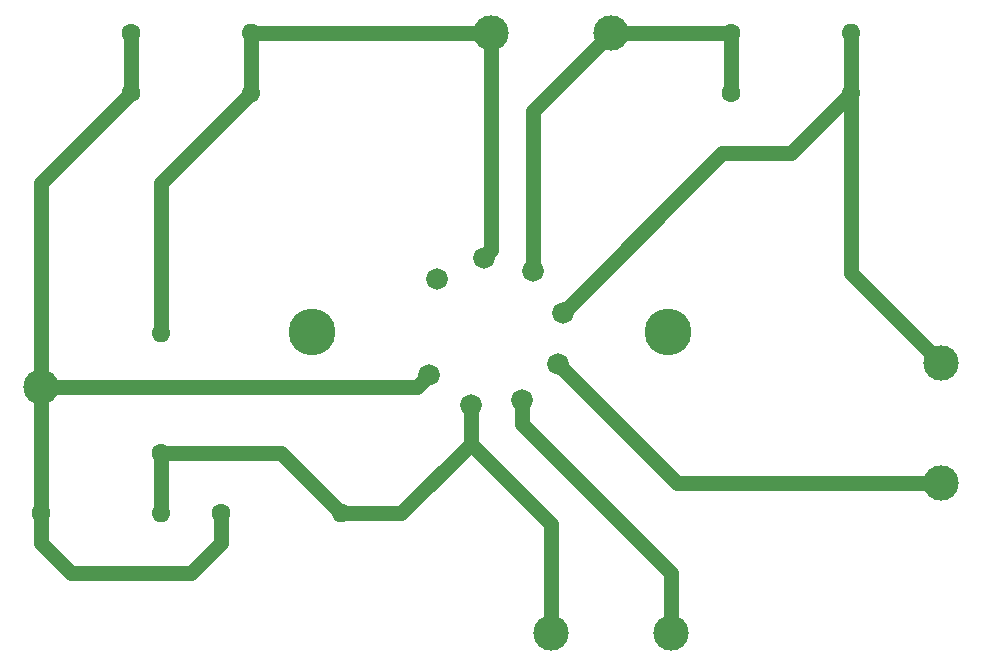
<source format=gbr>
%TF.GenerationSoftware,KiCad,Pcbnew,5.1.8+dfsg1-1+b1*%
%TF.CreationDate,2021-08-06T11:41:16-05:00*%
%TF.ProjectId,to-3-opamp-prototype,746f2d33-2d6f-4706-916d-702d70726f74,A*%
%TF.SameCoordinates,Original*%
%TF.FileFunction,Copper,L2,Bot*%
%TF.FilePolarity,Positive*%
%FSLAX46Y46*%
G04 Gerber Fmt 4.6, Leading zero omitted, Abs format (unit mm)*
G04 Created by KiCad (PCBNEW 5.1.8+dfsg1-1+b1) date 2021-08-06 11:41:16*
%MOMM*%
%LPD*%
G01*
G04 APERTURE LIST*
%TA.AperFunction,ComponentPad*%
%ADD10O,1.600000X1.600000*%
%TD*%
%TA.AperFunction,ComponentPad*%
%ADD11C,1.600000*%
%TD*%
%TA.AperFunction,ComponentPad*%
%ADD12C,3.000000*%
%TD*%
%TA.AperFunction,ComponentPad*%
%ADD13C,3.962400*%
%TD*%
%TA.AperFunction,ComponentPad*%
%ADD14C,1.828800*%
%TD*%
%TA.AperFunction,Conductor*%
%ADD15C,1.270000*%
%TD*%
G04 APERTURE END LIST*
D10*
%TO.P,R3,2*%
%TO.N,Net-(C2-Pad2)*%
X81280000Y-63500000D03*
D11*
%TO.P,R3,1*%
%TO.N,Net-(C1-Pad1)*%
X71120000Y-63500000D03*
%TD*%
D10*
%TO.P,R2,2*%
%TO.N,Net-(C3-Pad2)*%
X132080000Y-63500000D03*
D11*
%TO.P,R2,1*%
%TO.N,Net-(C3-Pad1)*%
X121920000Y-63500000D03*
%TD*%
D10*
%TO.P,R1,2*%
%TO.N,Net-(C1-Pad2)*%
X88900000Y-104140000D03*
D11*
%TO.P,R1,1*%
%TO.N,Net-(C1-Pad1)*%
X78740000Y-104140000D03*
%TD*%
D10*
%TO.P,C4,2*%
%TO.N,Net-(C2-Pad2)*%
X81280000Y-68580000D03*
D11*
%TO.P,C4,1*%
%TO.N,Net-(C1-Pad1)*%
X71120000Y-68580000D03*
%TD*%
D10*
%TO.P,C3,2*%
%TO.N,Net-(C3-Pad2)*%
X132080000Y-68580000D03*
D11*
%TO.P,C3,1*%
%TO.N,Net-(C3-Pad1)*%
X121920000Y-68580000D03*
%TD*%
D10*
%TO.P,C2,2*%
%TO.N,Net-(C2-Pad2)*%
X73660000Y-88900000D03*
D11*
%TO.P,C2,1*%
%TO.N,Net-(C1-Pad2)*%
X73660000Y-99060000D03*
%TD*%
D10*
%TO.P,C1,2*%
%TO.N,Net-(C1-Pad2)*%
X73660000Y-104140000D03*
D11*
%TO.P,C1,1*%
%TO.N,Net-(C1-Pad1)*%
X63500000Y-104140000D03*
%TD*%
D12*
%TO.P,TP7,1*%
%TO.N,Net-(C2-Pad2)*%
X101600000Y-63500000D03*
%TD*%
%TO.P,TP6,1*%
%TO.N,Net-(C3-Pad1)*%
X111760000Y-63500000D03*
%TD*%
%TO.P,TP5,1*%
%TO.N,Net-(C3-Pad2)*%
X139700000Y-91440000D03*
%TD*%
%TO.P,TP4,1*%
%TO.N,Net-(TP4-Pad1)*%
X139700000Y-101600000D03*
%TD*%
%TO.P,TP3,1*%
%TO.N,Net-(TP3-Pad1)*%
X116840000Y-114300000D03*
%TD*%
%TO.P,TP2,1*%
%TO.N,Net-(C1-Pad2)*%
X106680000Y-114300000D03*
%TD*%
%TO.P,TP1,1*%
%TO.N,Net-(C1-Pad1)*%
X63500000Y-93472000D03*
%TD*%
D13*
%TO.P,U1,10*%
%TO.N,N/C*%
X86430528Y-88818128D03*
%TO.P,U1,9*%
X116605728Y-88818128D03*
D14*
%TO.P,U1,1*%
%TO.N,Net-(C1-Pad1)*%
X96316513Y-92456000D03*
%TO.P,U1,2*%
%TO.N,Net-(C1-Pad2)*%
X99874626Y-94951758D03*
%TO.P,U1,3*%
%TO.N,Net-(TP3-Pad1)*%
X104201755Y-94573182D03*
%TO.P,U1,4*%
%TO.N,Net-(TP4-Pad1)*%
X107273182Y-91501755D03*
%TO.P,U1,5*%
%TO.N,Net-(C3-Pad2)*%
X107651758Y-87174626D03*
%TO.P,U1,6*%
%TO.N,Net-(C3-Pad1)*%
X105160338Y-83616513D03*
%TO.P,U1,7*%
%TO.N,Net-(C2-Pad2)*%
X100964690Y-82492291D03*
%TO.P,U1,8*%
%TO.N,N/C*%
X97028000Y-84328000D03*
%TD*%
D15*
%TO.N,Net-(C3-Pad1)*%
X105160338Y-70099662D02*
X111760000Y-63500000D01*
X105160338Y-83616513D02*
X105160338Y-70099662D01*
X111760000Y-63500000D02*
X121920000Y-63500000D01*
X121920000Y-63500000D02*
X121920000Y-68580000D01*
%TO.N,Net-(C1-Pad2)*%
X99874626Y-94951758D02*
X99874626Y-98245374D01*
X93980000Y-104140000D02*
X88900000Y-104140000D01*
X99874626Y-98245374D02*
X93980000Y-104140000D01*
X106680000Y-105050748D02*
X99874626Y-98245374D01*
X106680000Y-114300000D02*
X106680000Y-105050748D01*
X73660000Y-104140000D02*
X73660000Y-99060000D01*
X73660000Y-99060000D02*
X83820000Y-99060000D01*
X83820000Y-99060000D02*
X88900000Y-104140000D01*
%TO.N,Net-(C1-Pad1)*%
X63500000Y-93472000D02*
X63500000Y-104140000D01*
X63500000Y-76200000D02*
X71120000Y-68580000D01*
X63500000Y-93472000D02*
X63500000Y-76200000D01*
X71120000Y-68580000D02*
X71120000Y-63500000D01*
X95300513Y-93472000D02*
X96316513Y-92456000D01*
X63500000Y-93472000D02*
X95300513Y-93472000D01*
X63500000Y-106680000D02*
X63500000Y-104140000D01*
X66040000Y-109220000D02*
X63500000Y-106680000D01*
X78740000Y-106680000D02*
X76200000Y-109220000D01*
X76200000Y-109220000D02*
X66040000Y-109220000D01*
X78740000Y-104140000D02*
X78740000Y-106680000D01*
%TO.N,Net-(C2-Pad2)*%
X73660000Y-76200000D02*
X81280000Y-68580000D01*
X73660000Y-88900000D02*
X73660000Y-76200000D01*
X81280000Y-68580000D02*
X81280000Y-63500000D01*
X81280000Y-63500000D02*
X101600000Y-63500000D01*
X101600000Y-81856981D02*
X100964690Y-82492291D01*
X101600000Y-63500000D02*
X101600000Y-81856981D01*
%TO.N,Net-(C3-Pad2)*%
X107651758Y-87174626D02*
X121166384Y-73660000D01*
X121166384Y-73660000D02*
X127000000Y-73660000D01*
X132080000Y-68580000D02*
X132080000Y-63500000D01*
X127000000Y-73660000D02*
X132080000Y-68580000D01*
X132080000Y-83820000D02*
X139700000Y-91440000D01*
X132080000Y-68580000D02*
X132080000Y-83820000D01*
%TO.N,Net-(TP3-Pad1)*%
X104201755Y-94573182D02*
X104201755Y-96581755D01*
X116840000Y-109220000D02*
X116840000Y-114300000D01*
X104201755Y-96581755D02*
X116840000Y-109220000D01*
%TO.N,Net-(TP4-Pad1)*%
X117371427Y-101600000D02*
X107273182Y-91501755D01*
X139700000Y-101600000D02*
X117371427Y-101600000D01*
%TD*%
M02*

</source>
